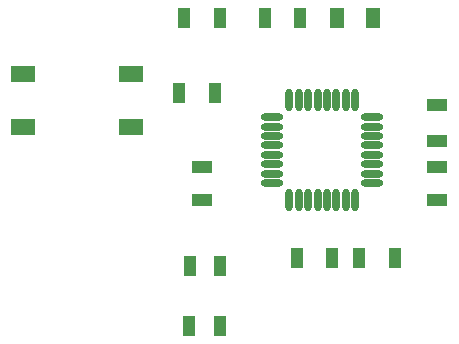
<source format=gtp>
G04*
G04 #@! TF.GenerationSoftware,Altium Limited,Altium Designer,23.4.1 (23)*
G04*
G04 Layer_Color=8421504*
%FSLAX44Y44*%
%MOMM*%
G71*
G04*
G04 #@! TF.SameCoordinates,574EF0A3-D4D7-4E79-882F-14C39876F300*
G04*
G04*
G04 #@! TF.FilePolarity,Positive*
G04*
G01*
G75*
%ADD18O,1.9500X0.6000*%
%ADD19O,0.6000X1.9500*%
%ADD20R,2.1000X1.4000*%
%ADD21R,1.0500X1.8000*%
%ADD22R,1.8200X1.0200*%
%ADD23R,1.1046X1.7062*%
%ADD24R,1.8000X1.0000*%
%ADD25R,1.2500X1.8000*%
D18*
X527050Y741800D02*
D03*
Y733800D02*
D03*
Y725800D02*
D03*
Y717800D02*
D03*
Y709800D02*
D03*
Y701800D02*
D03*
Y693800D02*
D03*
Y685800D02*
D03*
X612050D02*
D03*
Y693800D02*
D03*
Y701800D02*
D03*
Y709800D02*
D03*
Y717800D02*
D03*
Y725800D02*
D03*
Y733800D02*
D03*
Y741800D02*
D03*
D19*
X541550Y671300D02*
D03*
X549550D02*
D03*
X557550D02*
D03*
X565550D02*
D03*
X573550D02*
D03*
X581550D02*
D03*
X589550D02*
D03*
X597550D02*
D03*
Y756300D02*
D03*
X589550D02*
D03*
X581550D02*
D03*
X573550D02*
D03*
X565550D02*
D03*
X557550D02*
D03*
X549550D02*
D03*
X541550D02*
D03*
D20*
X407450Y733150D02*
D03*
Y778150D02*
D03*
X316450Y733150D02*
D03*
Y778150D02*
D03*
D21*
X630950Y622300D02*
D03*
X600950D02*
D03*
X577850D02*
D03*
X547850D02*
D03*
X550700Y825500D02*
D03*
X520700D02*
D03*
X482600D02*
D03*
X452600D02*
D03*
X478550Y762000D02*
D03*
X448550D02*
D03*
D22*
X467360Y671800D02*
D03*
Y699800D02*
D03*
X666750Y671800D02*
D03*
Y699800D02*
D03*
D23*
X457200Y615950D02*
D03*
X483216D02*
D03*
X456584Y565150D02*
D03*
X482600D02*
D03*
D24*
X666750Y721600D02*
D03*
Y751600D02*
D03*
D25*
X581650Y825500D02*
D03*
X612150D02*
D03*
M02*

</source>
